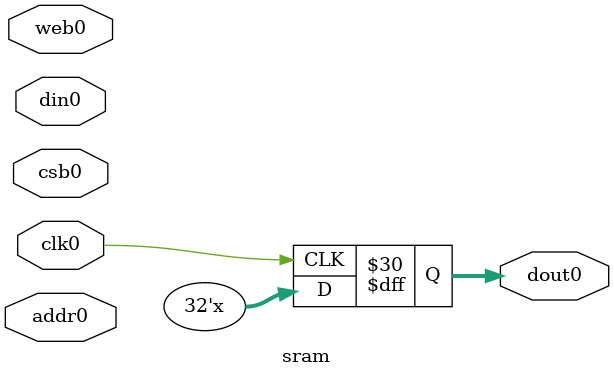
<source format=v>

module sram(
// Port 0: RW
    clk0,csb0,web0,addr0,din0,dout0
  );

  parameter DATA_WIDTH = 32 ;
  parameter ADDR_WIDTH = 7 ;
  parameter RAM_DEPTH = 1 << ADDR_WIDTH;
  // FIXME: This delay is arbitrary.
  parameter DELAY = 3 ;

  input  clk0; // clock
  input  csb0; // active low chip select
  input  web0; // active low write control
  input [ADDR_WIDTH-1:0]  addr0;
  input [DATA_WIDTH-1:0]  din0;
  output [DATA_WIDTH-1:0] dout0;

  reg  csb0_reg;
  reg  web0_reg;
  reg [ADDR_WIDTH-1:0]  addr0_reg;
  reg [DATA_WIDTH-1:0]  din0_reg;
  reg [DATA_WIDTH-1:0]  dout0;

  // All inputs are registers
  always @(posedge clk0)
  begin
    csb0_reg = csb0;
    web0_reg = web0;
    addr0_reg = addr0;
    din0_reg = din0;
    dout0 = 32'bx;
    if ( !csb0_reg && web0_reg ) 
      $display($time," Reading %m addr0=%b dout0=%b",addr0_reg,mem[addr0_reg]);
    if ( !csb0_reg && !web0_reg )
      $display($time," Writing %m addr0=%b din0=%b",addr0_reg,din0_reg);
  end

reg [DATA_WIDTH-1:0]    mem [0:RAM_DEPTH-1];

  // Memory Write Block Port 0
  // Write Operation : When web0 = 0, csb0 = 0
  always @ (negedge clk0)
  begin : MEM_WRITE0
    if ( !csb0_reg && !web0_reg )
        mem[addr0_reg] = din0_reg;
  end

  // Memory Read Block Port 0
  // Read Operation : When web0 = 1, csb0 = 0
  //always @ (negedge clk0)
  //begin : MEM_READ0
    //if (!csb0_reg && web0_reg)
       //dout0 <= #(DELAY) mem[addr0_reg];
  //end

endmodule
</source>
